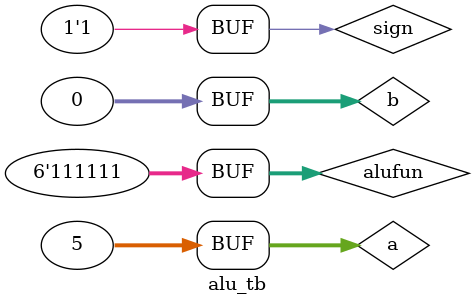
<source format=v>
`timescale 1ns / 1ps
module alu_tb;
//仿真所有支持的操作
reg [31:0]a,b;
reg [5:0]alufun;
reg sign;
wire [31:0]res;

initial begin
    a <= 32'h5;
    b <= 32'h0;
    sign <= 1;
    alufun <= 6'b000000;
    #100 alufun <= 6'b000001;
    #100 alufun <= 6'b011000;
    #100 alufun <= 6'b011110;
    #100 alufun <= 6'b010110;
    #100 alufun <= 6'b010001;
    #100 alufun <= 6'b011010;
    #100 alufun <= 6'b100000;
    #100 alufun <= 6'b100001;
    #100 alufun <= 6'b100011;
    #100 alufun <= 6'b110011;
    #100 alufun <= 6'b110001;
    #100 alufun <= 6'b110101;
    #100 alufun <= 6'b111101;
    #100 alufun <= 6'b111011;
    #100 alufun <= 6'b111111;
end

ALU alu(.A(a),.B(b),.ALUFun(alufun),.Sign(sign),.Z(res));
endmodule


</source>
